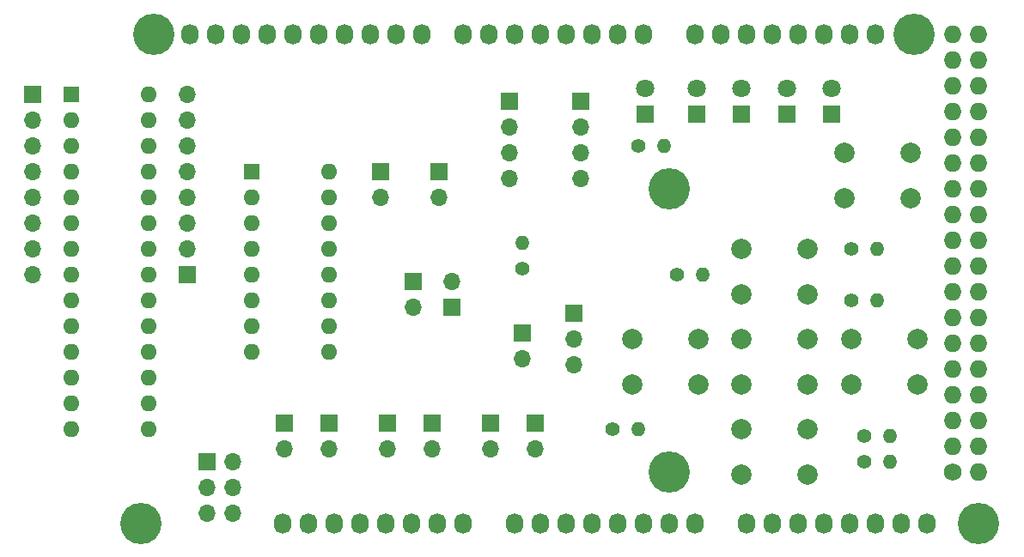
<source format=gbr>
G04 #@! TF.GenerationSoftware,KiCad,Pcbnew,5.1.5+dfsg1-2*
G04 #@! TF.CreationDate,2020-03-01T10:33:55+10:30*
G04 #@! TF.ProjectId,megasheild,6d656761-7368-4656-996c-642e6b696361,rev?*
G04 #@! TF.SameCoordinates,Original*
G04 #@! TF.FileFunction,Soldermask,Bot*
G04 #@! TF.FilePolarity,Negative*
%FSLAX46Y46*%
G04 Gerber Fmt 4.6, Leading zero omitted, Abs format (unit mm)*
G04 Created by KiCad (PCBNEW 5.1.5+dfsg1-2) date 2020-03-01 10:33:55*
%MOMM*%
%LPD*%
G04 APERTURE LIST*
%ADD10R,1.600000X1.600000*%
%ADD11O,1.600000X1.600000*%
%ADD12C,1.727200*%
%ADD13O,1.727200X1.727200*%
%ADD14O,1.727200X2.032000*%
%ADD15C,4.064000*%
%ADD16C,1.800000*%
%ADD17R,1.800000X1.800000*%
%ADD18O,1.700000X1.700000*%
%ADD19R,1.700000X1.700000*%
%ADD20C,1.400000*%
%ADD21O,1.400000X1.400000*%
%ADD22C,2.000000*%
G04 APERTURE END LIST*
D10*
X128270000Y-84455000D03*
D11*
X135890000Y-102235000D03*
X128270000Y-86995000D03*
X135890000Y-99695000D03*
X128270000Y-89535000D03*
X135890000Y-97155000D03*
X128270000Y-92075000D03*
X135890000Y-94615000D03*
X128270000Y-94615000D03*
X135890000Y-92075000D03*
X128270000Y-97155000D03*
X135890000Y-89535000D03*
X128270000Y-99695000D03*
X135890000Y-86995000D03*
X128270000Y-102235000D03*
X135890000Y-84455000D03*
D12*
X197358000Y-114046000D03*
D13*
X199898000Y-114046000D03*
X197358000Y-111506000D03*
X199898000Y-111506000D03*
X197358000Y-108966000D03*
X199898000Y-108966000D03*
X197358000Y-106426000D03*
X199898000Y-106426000D03*
X197358000Y-103886000D03*
X199898000Y-103886000D03*
X197358000Y-101346000D03*
X199898000Y-101346000D03*
X197358000Y-98806000D03*
X199898000Y-98806000D03*
X197358000Y-96266000D03*
X199898000Y-96266000D03*
X197358000Y-93726000D03*
X199898000Y-93726000D03*
X197358000Y-91186000D03*
X199898000Y-91186000D03*
X197358000Y-88646000D03*
X199898000Y-88646000D03*
X197358000Y-86106000D03*
X199898000Y-86106000D03*
X197358000Y-83566000D03*
X199898000Y-83566000D03*
X197358000Y-81026000D03*
X199898000Y-81026000D03*
X197358000Y-78486000D03*
X199898000Y-78486000D03*
X197358000Y-75946000D03*
X199898000Y-75946000D03*
X197358000Y-73406000D03*
X199898000Y-73406000D03*
X197358000Y-70866000D03*
X199898000Y-70866000D03*
D14*
X131318000Y-119126000D03*
X133858000Y-119126000D03*
X136398000Y-119126000D03*
X138938000Y-119126000D03*
X141478000Y-119126000D03*
X144018000Y-119126000D03*
X146558000Y-119126000D03*
X149098000Y-119126000D03*
X154178000Y-119126000D03*
X156718000Y-119126000D03*
X159258000Y-119126000D03*
X161798000Y-119126000D03*
X164338000Y-119126000D03*
X166878000Y-119126000D03*
X169418000Y-119126000D03*
X171958000Y-119126000D03*
X177038000Y-119126000D03*
X179578000Y-119126000D03*
X182118000Y-119126000D03*
X184658000Y-119126000D03*
X187198000Y-119126000D03*
X189738000Y-119126000D03*
X192278000Y-119126000D03*
X194818000Y-119126000D03*
X122174000Y-70866000D03*
X124714000Y-70866000D03*
X127254000Y-70866000D03*
X129794000Y-70866000D03*
X132334000Y-70866000D03*
X134874000Y-70866000D03*
X137414000Y-70866000D03*
X139954000Y-70866000D03*
X142494000Y-70866000D03*
X145034000Y-70866000D03*
X149098000Y-70866000D03*
X151638000Y-70866000D03*
X154178000Y-70866000D03*
X156718000Y-70866000D03*
X159258000Y-70866000D03*
X161798000Y-70866000D03*
X164338000Y-70866000D03*
X166878000Y-70866000D03*
X171958000Y-70866000D03*
X174498000Y-70866000D03*
X177038000Y-70866000D03*
X179578000Y-70866000D03*
X182118000Y-70866000D03*
X184658000Y-70866000D03*
X187198000Y-70866000D03*
X189738000Y-70866000D03*
D15*
X117348000Y-119126000D03*
X169418000Y-114046000D03*
X199898000Y-119126000D03*
X118618000Y-70866000D03*
X169418000Y-86106000D03*
X193548000Y-70866000D03*
D16*
X167005000Y-76200000D03*
D17*
X167005000Y-78740000D03*
X172085000Y-78740000D03*
D16*
X172085000Y-76200000D03*
X176530000Y-76200000D03*
D17*
X176530000Y-78740000D03*
X180975000Y-78740000D03*
D16*
X180975000Y-76200000D03*
D17*
X185420000Y-78740000D03*
D16*
X185420000Y-76200000D03*
D18*
X131445000Y-111760000D03*
D19*
X131445000Y-109220000D03*
X135890000Y-109220000D03*
D18*
X135890000Y-111760000D03*
X141605000Y-111760000D03*
D19*
X141605000Y-109220000D03*
X146050000Y-109220000D03*
D18*
X146050000Y-111760000D03*
D19*
X151765000Y-109220000D03*
D18*
X151765000Y-111760000D03*
X156210000Y-111760000D03*
D19*
X156210000Y-109220000D03*
X123825000Y-113030000D03*
D18*
X126365000Y-113030000D03*
X123825000Y-115570000D03*
X126365000Y-115570000D03*
X123825000Y-118110000D03*
X126365000Y-118110000D03*
X147955000Y-95250000D03*
D19*
X147955000Y-97790000D03*
X144145000Y-95250000D03*
D18*
X144145000Y-97790000D03*
X106680000Y-94615000D03*
X106680000Y-92075000D03*
X106680000Y-89535000D03*
X106680000Y-86995000D03*
X106680000Y-84455000D03*
X106680000Y-81915000D03*
X106680000Y-79375000D03*
D19*
X106680000Y-76835000D03*
X121920000Y-94615000D03*
D18*
X121920000Y-92075000D03*
X121920000Y-89535000D03*
X121920000Y-86995000D03*
X121920000Y-84455000D03*
X121920000Y-81915000D03*
X121920000Y-79375000D03*
X121920000Y-76835000D03*
D19*
X160020000Y-98425000D03*
D18*
X160020000Y-100965000D03*
X160020000Y-103505000D03*
D19*
X154940000Y-100330000D03*
D18*
X154940000Y-102870000D03*
D19*
X160655000Y-77470000D03*
D18*
X160655000Y-80010000D03*
X160655000Y-82550000D03*
X160655000Y-85090000D03*
X153670000Y-85090000D03*
X153670000Y-82550000D03*
X153670000Y-80010000D03*
D19*
X153670000Y-77470000D03*
X146685000Y-84455000D03*
D18*
X146685000Y-86995000D03*
X140970000Y-86995000D03*
D19*
X140970000Y-84455000D03*
D20*
X154940000Y-93980000D03*
D21*
X154940000Y-91440000D03*
D20*
X163830000Y-109855000D03*
D21*
X166370000Y-109855000D03*
D20*
X188595000Y-110490000D03*
D21*
X191135000Y-110490000D03*
X172720000Y-94615000D03*
D20*
X170180000Y-94615000D03*
D21*
X191135000Y-113030000D03*
D20*
X188595000Y-113030000D03*
X187325000Y-97155000D03*
D21*
X189865000Y-97155000D03*
X189865000Y-92075000D03*
D20*
X187325000Y-92075000D03*
D21*
X168910000Y-81915000D03*
D20*
X166370000Y-81915000D03*
D22*
X165735000Y-105465000D03*
X165735000Y-100965000D03*
X172235000Y-105465000D03*
X172235000Y-100965000D03*
X183030000Y-92075000D03*
X183030000Y-96575000D03*
X176530000Y-92075000D03*
X176530000Y-96575000D03*
X176530000Y-105465000D03*
X176530000Y-100965000D03*
X183030000Y-105465000D03*
X183030000Y-100965000D03*
X183030000Y-109855000D03*
X183030000Y-114355000D03*
X176530000Y-109855000D03*
X176530000Y-114355000D03*
X187325000Y-105465000D03*
X187325000Y-100965000D03*
X193825000Y-105465000D03*
X193825000Y-100965000D03*
X193190000Y-82550000D03*
X193190000Y-87050000D03*
X186690000Y-82550000D03*
X186690000Y-87050000D03*
D10*
X110490000Y-76835000D03*
D11*
X118110000Y-109855000D03*
X110490000Y-79375000D03*
X118110000Y-107315000D03*
X110490000Y-81915000D03*
X118110000Y-104775000D03*
X110490000Y-84455000D03*
X118110000Y-102235000D03*
X110490000Y-86995000D03*
X118110000Y-99695000D03*
X110490000Y-89535000D03*
X118110000Y-97155000D03*
X110490000Y-92075000D03*
X118110000Y-94615000D03*
X110490000Y-94615000D03*
X118110000Y-92075000D03*
X110490000Y-97155000D03*
X118110000Y-89535000D03*
X110490000Y-99695000D03*
X118110000Y-86995000D03*
X110490000Y-102235000D03*
X118110000Y-84455000D03*
X110490000Y-104775000D03*
X118110000Y-81915000D03*
X110490000Y-107315000D03*
X118110000Y-79375000D03*
X110490000Y-109855000D03*
X118110000Y-76835000D03*
M02*

</source>
